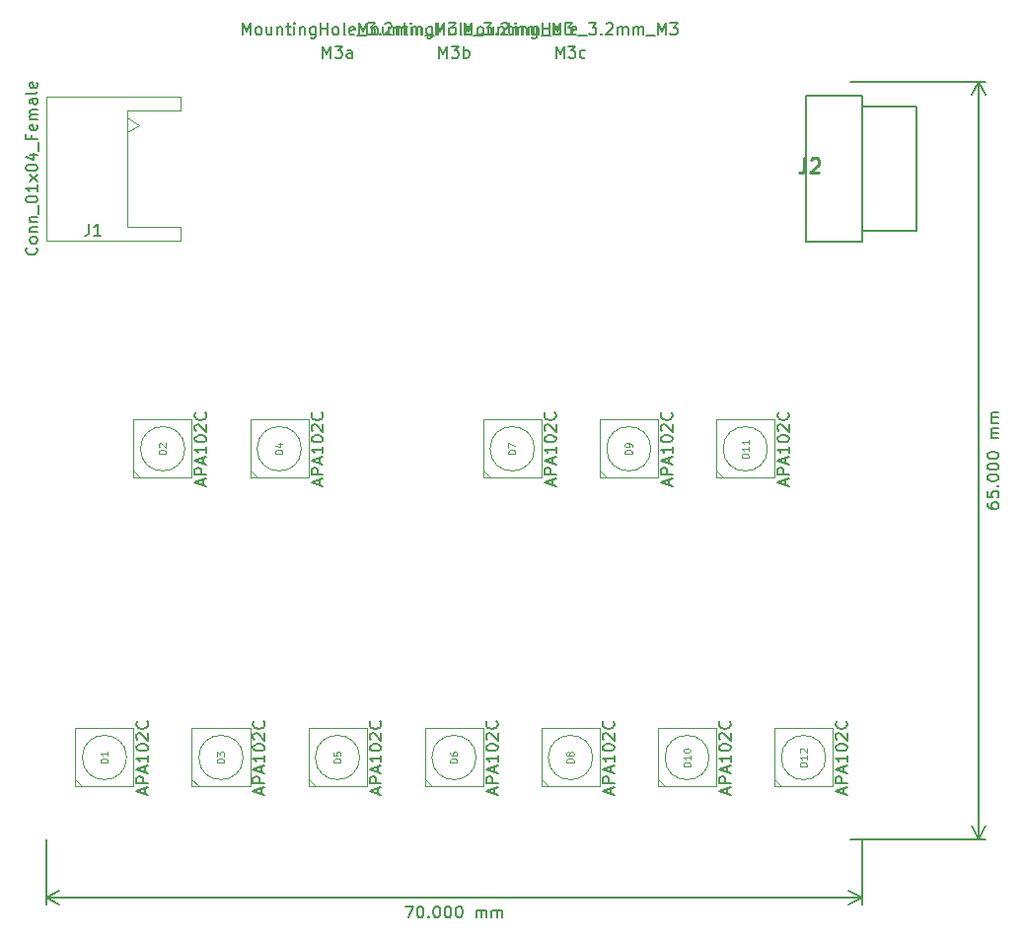
<source format=gbr>
G04 #@! TF.GenerationSoftware,KiCad,Pcbnew,(5.1.0)-1*
G04 #@! TF.CreationDate,2019-08-05T10:11:54+09:00*
G04 #@! TF.ProjectId,APA102,41504131-3032-42e6-9b69-6361645f7063,rev?*
G04 #@! TF.SameCoordinates,Original*
G04 #@! TF.FileFunction,Other,Fab,Top*
%FSLAX46Y46*%
G04 Gerber Fmt 4.6, Leading zero omitted, Abs format (unit mm)*
G04 Created by KiCad (PCBNEW (5.1.0)-1) date 2019-08-05 10:11:54*
%MOMM*%
%LPD*%
G04 APERTURE LIST*
%ADD10C,0.150000*%
%ADD11C,0.100000*%
%ADD12C,0.200000*%
%ADD13C,0.060000*%
%ADD14C,0.254000*%
G04 APERTURE END LIST*
D10*
X180752380Y-66166666D02*
X180752380Y-66357142D01*
X180800000Y-66452380D01*
X180847619Y-66500000D01*
X180990476Y-66595238D01*
X181180952Y-66642857D01*
X181561904Y-66642857D01*
X181657142Y-66595238D01*
X181704761Y-66547619D01*
X181752380Y-66452380D01*
X181752380Y-66261904D01*
X181704761Y-66166666D01*
X181657142Y-66119047D01*
X181561904Y-66071428D01*
X181323809Y-66071428D01*
X181228571Y-66119047D01*
X181180952Y-66166666D01*
X181133333Y-66261904D01*
X181133333Y-66452380D01*
X181180952Y-66547619D01*
X181228571Y-66595238D01*
X181323809Y-66642857D01*
X180752380Y-65166666D02*
X180752380Y-65642857D01*
X181228571Y-65690476D01*
X181180952Y-65642857D01*
X181133333Y-65547619D01*
X181133333Y-65309523D01*
X181180952Y-65214285D01*
X181228571Y-65166666D01*
X181323809Y-65119047D01*
X181561904Y-65119047D01*
X181657142Y-65166666D01*
X181704761Y-65214285D01*
X181752380Y-65309523D01*
X181752380Y-65547619D01*
X181704761Y-65642857D01*
X181657142Y-65690476D01*
X181657142Y-64690476D02*
X181704761Y-64642857D01*
X181752380Y-64690476D01*
X181704761Y-64738095D01*
X181657142Y-64690476D01*
X181752380Y-64690476D01*
X180752380Y-64023809D02*
X180752380Y-63928571D01*
X180800000Y-63833333D01*
X180847619Y-63785714D01*
X180942857Y-63738095D01*
X181133333Y-63690476D01*
X181371428Y-63690476D01*
X181561904Y-63738095D01*
X181657142Y-63785714D01*
X181704761Y-63833333D01*
X181752380Y-63928571D01*
X181752380Y-64023809D01*
X181704761Y-64119047D01*
X181657142Y-64166666D01*
X181561904Y-64214285D01*
X181371428Y-64261904D01*
X181133333Y-64261904D01*
X180942857Y-64214285D01*
X180847619Y-64166666D01*
X180800000Y-64119047D01*
X180752380Y-64023809D01*
X180752380Y-63071428D02*
X180752380Y-62976190D01*
X180800000Y-62880952D01*
X180847619Y-62833333D01*
X180942857Y-62785714D01*
X181133333Y-62738095D01*
X181371428Y-62738095D01*
X181561904Y-62785714D01*
X181657142Y-62833333D01*
X181704761Y-62880952D01*
X181752380Y-62976190D01*
X181752380Y-63071428D01*
X181704761Y-63166666D01*
X181657142Y-63214285D01*
X181561904Y-63261904D01*
X181371428Y-63309523D01*
X181133333Y-63309523D01*
X180942857Y-63261904D01*
X180847619Y-63214285D01*
X180800000Y-63166666D01*
X180752380Y-63071428D01*
X180752380Y-62119047D02*
X180752380Y-62023809D01*
X180800000Y-61928571D01*
X180847619Y-61880952D01*
X180942857Y-61833333D01*
X181133333Y-61785714D01*
X181371428Y-61785714D01*
X181561904Y-61833333D01*
X181657142Y-61880952D01*
X181704761Y-61928571D01*
X181752380Y-62023809D01*
X181752380Y-62119047D01*
X181704761Y-62214285D01*
X181657142Y-62261904D01*
X181561904Y-62309523D01*
X181371428Y-62357142D01*
X181133333Y-62357142D01*
X180942857Y-62309523D01*
X180847619Y-62261904D01*
X180800000Y-62214285D01*
X180752380Y-62119047D01*
X181752380Y-60595238D02*
X181085714Y-60595238D01*
X181180952Y-60595238D02*
X181133333Y-60547619D01*
X181085714Y-60452380D01*
X181085714Y-60309523D01*
X181133333Y-60214285D01*
X181228571Y-60166666D01*
X181752380Y-60166666D01*
X181228571Y-60166666D02*
X181133333Y-60119047D01*
X181085714Y-60023809D01*
X181085714Y-59880952D01*
X181133333Y-59785714D01*
X181228571Y-59738095D01*
X181752380Y-59738095D01*
X181752380Y-59261904D02*
X181085714Y-59261904D01*
X181180952Y-59261904D02*
X181133333Y-59214285D01*
X181085714Y-59119047D01*
X181085714Y-58976190D01*
X181133333Y-58880952D01*
X181228571Y-58833333D01*
X181752380Y-58833333D01*
X181228571Y-58833333D02*
X181133333Y-58785714D01*
X181085714Y-58690476D01*
X181085714Y-58547619D01*
X181133333Y-58452380D01*
X181228571Y-58404761D01*
X181752380Y-58404761D01*
X180000000Y-95000000D02*
X180000000Y-30000000D01*
X169000000Y-95000000D02*
X180586421Y-95000000D01*
X169000000Y-30000000D02*
X180586421Y-30000000D01*
X180000000Y-30000000D02*
X180586421Y-31126504D01*
X180000000Y-30000000D02*
X179413579Y-31126504D01*
X180000000Y-95000000D02*
X180586421Y-93873496D01*
X180000000Y-95000000D02*
X179413579Y-93873496D01*
X130809523Y-100752379D02*
X131476190Y-100752379D01*
X131047619Y-101752379D01*
X132047619Y-100752379D02*
X132142857Y-100752379D01*
X132238095Y-100799999D01*
X132285714Y-100847618D01*
X132333333Y-100942856D01*
X132380952Y-101133332D01*
X132380952Y-101371427D01*
X132333333Y-101561903D01*
X132285714Y-101657141D01*
X132238095Y-101704760D01*
X132142857Y-101752379D01*
X132047619Y-101752379D01*
X131952380Y-101704760D01*
X131904761Y-101657141D01*
X131857142Y-101561903D01*
X131809523Y-101371427D01*
X131809523Y-101133332D01*
X131857142Y-100942856D01*
X131904761Y-100847618D01*
X131952380Y-100799999D01*
X132047619Y-100752379D01*
X132809523Y-101657141D02*
X132857142Y-101704760D01*
X132809523Y-101752379D01*
X132761904Y-101704760D01*
X132809523Y-101657141D01*
X132809523Y-101752379D01*
X133476190Y-100752379D02*
X133571428Y-100752379D01*
X133666666Y-100799999D01*
X133714285Y-100847618D01*
X133761904Y-100942856D01*
X133809523Y-101133332D01*
X133809523Y-101371427D01*
X133761904Y-101561903D01*
X133714285Y-101657141D01*
X133666666Y-101704760D01*
X133571428Y-101752379D01*
X133476190Y-101752379D01*
X133380952Y-101704760D01*
X133333333Y-101657141D01*
X133285714Y-101561903D01*
X133238095Y-101371427D01*
X133238095Y-101133332D01*
X133285714Y-100942856D01*
X133333333Y-100847618D01*
X133380952Y-100799999D01*
X133476190Y-100752379D01*
X134428571Y-100752379D02*
X134523809Y-100752379D01*
X134619047Y-100799999D01*
X134666666Y-100847618D01*
X134714285Y-100942856D01*
X134761904Y-101133332D01*
X134761904Y-101371427D01*
X134714285Y-101561903D01*
X134666666Y-101657141D01*
X134619047Y-101704760D01*
X134523809Y-101752379D01*
X134428571Y-101752379D01*
X134333333Y-101704760D01*
X134285714Y-101657141D01*
X134238095Y-101561903D01*
X134190476Y-101371427D01*
X134190476Y-101133332D01*
X134238095Y-100942856D01*
X134285714Y-100847618D01*
X134333333Y-100799999D01*
X134428571Y-100752379D01*
X135380952Y-100752379D02*
X135476190Y-100752379D01*
X135571428Y-100799999D01*
X135619047Y-100847618D01*
X135666666Y-100942856D01*
X135714285Y-101133332D01*
X135714285Y-101371427D01*
X135666666Y-101561903D01*
X135619047Y-101657141D01*
X135571428Y-101704760D01*
X135476190Y-101752379D01*
X135380952Y-101752379D01*
X135285714Y-101704760D01*
X135238095Y-101657141D01*
X135190476Y-101561903D01*
X135142857Y-101371427D01*
X135142857Y-101133332D01*
X135190476Y-100942856D01*
X135238095Y-100847618D01*
X135285714Y-100799999D01*
X135380952Y-100752379D01*
X136904761Y-101752379D02*
X136904761Y-101085713D01*
X136904761Y-101180951D02*
X136952380Y-101133332D01*
X137047619Y-101085713D01*
X137190476Y-101085713D01*
X137285714Y-101133332D01*
X137333333Y-101228570D01*
X137333333Y-101752379D01*
X137333333Y-101228570D02*
X137380952Y-101133332D01*
X137476190Y-101085713D01*
X137619047Y-101085713D01*
X137714285Y-101133332D01*
X137761904Y-101228570D01*
X137761904Y-101752379D01*
X138238095Y-101752379D02*
X138238095Y-101085713D01*
X138238095Y-101180951D02*
X138285714Y-101133332D01*
X138380952Y-101085713D01*
X138523809Y-101085713D01*
X138619047Y-101133332D01*
X138666666Y-101228570D01*
X138666666Y-101752379D01*
X138666666Y-101228570D02*
X138714285Y-101133332D01*
X138809523Y-101085713D01*
X138952380Y-101085713D01*
X139047619Y-101133332D01*
X139095238Y-101228570D01*
X139095238Y-101752379D01*
X100000000Y-99999999D02*
X170000000Y-99999999D01*
X100000000Y-95000000D02*
X100000000Y-100586420D01*
X170000000Y-95000000D02*
X170000000Y-100586420D01*
X170000000Y-99999999D02*
X168873496Y-100586420D01*
X170000000Y-99999999D02*
X168873496Y-99413578D01*
X100000000Y-99999999D02*
X101126504Y-100586420D01*
X100000000Y-99999999D02*
X101126504Y-99413578D01*
D11*
X100000000Y-37450000D02*
X100000000Y-31250000D01*
X100000000Y-31250000D02*
X111500000Y-31250000D01*
X111500000Y-31250000D02*
X111500000Y-32450000D01*
X111500000Y-32450000D02*
X107000000Y-32450000D01*
X107000000Y-32450000D02*
X107000000Y-37450000D01*
X100000000Y-37450000D02*
X100000000Y-43650000D01*
X100000000Y-43650000D02*
X111500000Y-43650000D01*
X111500000Y-43650000D02*
X111500000Y-42450000D01*
X111500000Y-42450000D02*
X107000000Y-42450000D01*
X107000000Y-42450000D02*
X107000000Y-37450000D01*
X107000000Y-33075000D02*
X108000000Y-33700000D01*
X108000000Y-33700000D02*
X107000000Y-34325000D01*
X103100000Y-90500000D02*
X102500000Y-89900000D01*
X102500000Y-85500000D02*
X102500000Y-90500000D01*
X107500000Y-85500000D02*
X102500000Y-85500000D01*
X107500000Y-90500000D02*
X107500000Y-85500000D01*
X102500000Y-90500000D02*
X107500000Y-90500000D01*
X106900000Y-88000000D02*
G75*
G03X106900000Y-88000000I-1900000J0D01*
G01*
X111900000Y-61500000D02*
G75*
G03X111900000Y-61500000I-1900000J0D01*
G01*
X107500000Y-64000000D02*
X112500000Y-64000000D01*
X112500000Y-64000000D02*
X112500000Y-59000000D01*
X112500000Y-59000000D02*
X107500000Y-59000000D01*
X107500000Y-59000000D02*
X107500000Y-64000000D01*
X108100000Y-64000000D02*
X107500000Y-63400000D01*
X113100000Y-90500000D02*
X112500000Y-89900000D01*
X112500000Y-85500000D02*
X112500000Y-90500000D01*
X117500000Y-85500000D02*
X112500000Y-85500000D01*
X117500000Y-90500000D02*
X117500000Y-85500000D01*
X112500000Y-90500000D02*
X117500000Y-90500000D01*
X116900000Y-88000000D02*
G75*
G03X116900000Y-88000000I-1900000J0D01*
G01*
X121900000Y-61500000D02*
G75*
G03X121900000Y-61500000I-1900000J0D01*
G01*
X117500000Y-64000000D02*
X122500000Y-64000000D01*
X122500000Y-64000000D02*
X122500000Y-59000000D01*
X122500000Y-59000000D02*
X117500000Y-59000000D01*
X117500000Y-59000000D02*
X117500000Y-64000000D01*
X118100000Y-64000000D02*
X117500000Y-63400000D01*
X123100000Y-90500000D02*
X122500000Y-89900000D01*
X122500000Y-85500000D02*
X122500000Y-90500000D01*
X127500000Y-85500000D02*
X122500000Y-85500000D01*
X127500000Y-90500000D02*
X127500000Y-85500000D01*
X122500000Y-90500000D02*
X127500000Y-90500000D01*
X126900000Y-88000000D02*
G75*
G03X126900000Y-88000000I-1900000J0D01*
G01*
X136900000Y-88000000D02*
G75*
G03X136900000Y-88000000I-1900000J0D01*
G01*
X132500000Y-90500000D02*
X137500000Y-90500000D01*
X137500000Y-90500000D02*
X137500000Y-85500000D01*
X137500000Y-85500000D02*
X132500000Y-85500000D01*
X132500000Y-85500000D02*
X132500000Y-90500000D01*
X133100000Y-90500000D02*
X132500000Y-89900000D01*
X138100000Y-64000000D02*
X137500000Y-63400000D01*
X137500000Y-59000000D02*
X137500000Y-64000000D01*
X142500000Y-59000000D02*
X137500000Y-59000000D01*
X142500000Y-64000000D02*
X142500000Y-59000000D01*
X137500000Y-64000000D02*
X142500000Y-64000000D01*
X141900000Y-61500000D02*
G75*
G03X141900000Y-61500000I-1900000J0D01*
G01*
X146900000Y-88000000D02*
G75*
G03X146900000Y-88000000I-1900000J0D01*
G01*
X142500000Y-90500000D02*
X147500000Y-90500000D01*
X147500000Y-90500000D02*
X147500000Y-85500000D01*
X147500000Y-85500000D02*
X142500000Y-85500000D01*
X142500000Y-85500000D02*
X142500000Y-90500000D01*
X143100000Y-90500000D02*
X142500000Y-89900000D01*
X148100000Y-64000000D02*
X147500000Y-63400000D01*
X147500000Y-59000000D02*
X147500000Y-64000000D01*
X152500000Y-59000000D02*
X147500000Y-59000000D01*
X152500000Y-64000000D02*
X152500000Y-59000000D01*
X147500000Y-64000000D02*
X152500000Y-64000000D01*
X151900000Y-61500000D02*
G75*
G03X151900000Y-61500000I-1900000J0D01*
G01*
X156900000Y-88000000D02*
G75*
G03X156900000Y-88000000I-1900000J0D01*
G01*
X152500000Y-90500000D02*
X157500000Y-90500000D01*
X157500000Y-90500000D02*
X157500000Y-85500000D01*
X157500000Y-85500000D02*
X152500000Y-85500000D01*
X152500000Y-85500000D02*
X152500000Y-90500000D01*
X153100000Y-90500000D02*
X152500000Y-89900000D01*
X158100000Y-64000000D02*
X157500000Y-63400000D01*
X157500000Y-59000000D02*
X157500000Y-64000000D01*
X162500000Y-59000000D02*
X157500000Y-59000000D01*
X162500000Y-64000000D02*
X162500000Y-59000000D01*
X157500000Y-64000000D02*
X162500000Y-64000000D01*
X161900000Y-61500000D02*
G75*
G03X161900000Y-61500000I-1900000J0D01*
G01*
X166900000Y-88000000D02*
G75*
G03X166900000Y-88000000I-1900000J0D01*
G01*
X162500000Y-90500000D02*
X167500000Y-90500000D01*
X167500000Y-90500000D02*
X167500000Y-85500000D01*
X167500000Y-85500000D02*
X162500000Y-85500000D01*
X162500000Y-85500000D02*
X162500000Y-90500000D01*
X163100000Y-90500000D02*
X162500000Y-89900000D01*
D12*
X165200000Y-43700000D02*
X165200000Y-31200000D01*
X165200000Y-31200000D02*
X170000000Y-31200000D01*
X170000000Y-31200000D02*
X170000000Y-43700000D01*
X170000000Y-43700000D02*
X165200000Y-43700000D01*
X170000000Y-42800000D02*
X174700000Y-42800000D01*
X174700000Y-42800000D02*
X174700000Y-32100000D01*
X174700000Y-32100000D02*
X170000000Y-32100000D01*
D10*
X126880952Y-25952380D02*
X126880952Y-24952380D01*
X127214285Y-25666666D01*
X127547619Y-24952380D01*
X127547619Y-25952380D01*
X128166666Y-25952380D02*
X128071428Y-25904761D01*
X128023809Y-25857142D01*
X127976190Y-25761904D01*
X127976190Y-25476190D01*
X128023809Y-25380952D01*
X128071428Y-25333333D01*
X128166666Y-25285714D01*
X128309523Y-25285714D01*
X128404761Y-25333333D01*
X128452380Y-25380952D01*
X128499999Y-25476190D01*
X128499999Y-25761904D01*
X128452380Y-25857142D01*
X128404761Y-25904761D01*
X128309523Y-25952380D01*
X128166666Y-25952380D01*
X129357142Y-25285714D02*
X129357142Y-25952380D01*
X128928571Y-25285714D02*
X128928571Y-25809523D01*
X128976190Y-25904761D01*
X129071428Y-25952380D01*
X129214285Y-25952380D01*
X129309523Y-25904761D01*
X129357142Y-25857142D01*
X129833333Y-25285714D02*
X129833333Y-25952380D01*
X129833333Y-25380952D02*
X129880952Y-25333333D01*
X129976190Y-25285714D01*
X130119047Y-25285714D01*
X130214285Y-25333333D01*
X130261904Y-25428571D01*
X130261904Y-25952380D01*
X130595238Y-25285714D02*
X130976190Y-25285714D01*
X130738095Y-24952380D02*
X130738095Y-25809523D01*
X130785714Y-25904761D01*
X130880952Y-25952380D01*
X130976190Y-25952380D01*
X131309523Y-25952380D02*
X131309523Y-25285714D01*
X131309523Y-24952380D02*
X131261904Y-25000000D01*
X131309523Y-25047619D01*
X131357142Y-25000000D01*
X131309523Y-24952380D01*
X131309523Y-25047619D01*
X131785714Y-25285714D02*
X131785714Y-25952380D01*
X131785714Y-25380952D02*
X131833333Y-25333333D01*
X131928571Y-25285714D01*
X132071428Y-25285714D01*
X132166666Y-25333333D01*
X132214285Y-25428571D01*
X132214285Y-25952380D01*
X133119047Y-25285714D02*
X133119047Y-26095238D01*
X133071428Y-26190476D01*
X133023809Y-26238095D01*
X132928571Y-26285714D01*
X132785714Y-26285714D01*
X132690476Y-26238095D01*
X133119047Y-25904761D02*
X133023809Y-25952380D01*
X132833333Y-25952380D01*
X132738095Y-25904761D01*
X132690476Y-25857142D01*
X132642857Y-25761904D01*
X132642857Y-25476190D01*
X132690476Y-25380952D01*
X132738095Y-25333333D01*
X132833333Y-25285714D01*
X133023809Y-25285714D01*
X133119047Y-25333333D01*
X133595238Y-25952380D02*
X133595238Y-24952380D01*
X133595238Y-25428571D02*
X134166666Y-25428571D01*
X134166666Y-25952380D02*
X134166666Y-24952380D01*
X134785714Y-25952380D02*
X134690476Y-25904761D01*
X134642857Y-25857142D01*
X134595238Y-25761904D01*
X134595238Y-25476190D01*
X134642857Y-25380952D01*
X134690476Y-25333333D01*
X134785714Y-25285714D01*
X134928571Y-25285714D01*
X135023809Y-25333333D01*
X135071428Y-25380952D01*
X135119047Y-25476190D01*
X135119047Y-25761904D01*
X135071428Y-25857142D01*
X135023809Y-25904761D01*
X134928571Y-25952380D01*
X134785714Y-25952380D01*
X135690476Y-25952380D02*
X135595238Y-25904761D01*
X135547619Y-25809523D01*
X135547619Y-24952380D01*
X136452380Y-25904761D02*
X136357142Y-25952380D01*
X136166666Y-25952380D01*
X136071428Y-25904761D01*
X136023809Y-25809523D01*
X136023809Y-25428571D01*
X136071428Y-25333333D01*
X136166666Y-25285714D01*
X136357142Y-25285714D01*
X136452380Y-25333333D01*
X136500000Y-25428571D01*
X136500000Y-25523809D01*
X136023809Y-25619047D01*
X136690476Y-26047619D02*
X137452380Y-26047619D01*
X137595238Y-24952380D02*
X138214285Y-24952380D01*
X137880952Y-25333333D01*
X138023809Y-25333333D01*
X138119047Y-25380952D01*
X138166666Y-25428571D01*
X138214285Y-25523809D01*
X138214285Y-25761904D01*
X138166666Y-25857142D01*
X138119047Y-25904761D01*
X138023809Y-25952380D01*
X137738095Y-25952380D01*
X137642857Y-25904761D01*
X137595238Y-25857142D01*
X138642857Y-25857142D02*
X138690476Y-25904761D01*
X138642857Y-25952380D01*
X138595238Y-25904761D01*
X138642857Y-25857142D01*
X138642857Y-25952380D01*
X139071428Y-25047619D02*
X139119047Y-25000000D01*
X139214285Y-24952380D01*
X139452380Y-24952380D01*
X139547619Y-25000000D01*
X139595238Y-25047619D01*
X139642857Y-25142857D01*
X139642857Y-25238095D01*
X139595238Y-25380952D01*
X139023809Y-25952380D01*
X139642857Y-25952380D01*
X140071428Y-25952380D02*
X140071428Y-25285714D01*
X140071428Y-25380952D02*
X140119047Y-25333333D01*
X140214285Y-25285714D01*
X140357142Y-25285714D01*
X140452380Y-25333333D01*
X140500000Y-25428571D01*
X140500000Y-25952380D01*
X140500000Y-25428571D02*
X140547619Y-25333333D01*
X140642857Y-25285714D01*
X140785714Y-25285714D01*
X140880952Y-25333333D01*
X140928571Y-25428571D01*
X140928571Y-25952380D01*
X141404761Y-25952380D02*
X141404761Y-25285714D01*
X141404761Y-25380952D02*
X141452380Y-25333333D01*
X141547619Y-25285714D01*
X141690476Y-25285714D01*
X141785714Y-25333333D01*
X141833333Y-25428571D01*
X141833333Y-25952380D01*
X141833333Y-25428571D02*
X141880952Y-25333333D01*
X141976190Y-25285714D01*
X142119047Y-25285714D01*
X142214285Y-25333333D01*
X142261904Y-25428571D01*
X142261904Y-25952380D01*
X142500000Y-26047619D02*
X143261904Y-26047619D01*
X143500000Y-25952380D02*
X143500000Y-24952380D01*
X143833333Y-25666666D01*
X144166666Y-24952380D01*
X144166666Y-25952380D01*
X144547619Y-24952380D02*
X145166666Y-24952380D01*
X144833333Y-25333333D01*
X144976190Y-25333333D01*
X145071428Y-25380952D01*
X145119047Y-25428571D01*
X145166666Y-25523809D01*
X145166666Y-25761904D01*
X145119047Y-25857142D01*
X145071428Y-25904761D01*
X144976190Y-25952380D01*
X144690476Y-25952380D01*
X144595238Y-25904761D01*
X144547619Y-25857142D01*
X133738095Y-27952380D02*
X133738095Y-26952380D01*
X134071428Y-27666666D01*
X134404761Y-26952380D01*
X134404761Y-27952380D01*
X134785714Y-26952380D02*
X135404761Y-26952380D01*
X135071428Y-27333333D01*
X135214285Y-27333333D01*
X135309523Y-27380952D01*
X135357142Y-27428571D01*
X135404761Y-27523809D01*
X135404761Y-27761904D01*
X135357142Y-27857142D01*
X135309523Y-27904761D01*
X135214285Y-27952380D01*
X134928571Y-27952380D01*
X134833333Y-27904761D01*
X134785714Y-27857142D01*
X135833333Y-27952380D02*
X135833333Y-26952380D01*
X135833333Y-27333333D02*
X135928571Y-27285714D01*
X136119047Y-27285714D01*
X136214285Y-27333333D01*
X136261904Y-27380952D01*
X136309523Y-27476190D01*
X136309523Y-27761904D01*
X136261904Y-27857142D01*
X136214285Y-27904761D01*
X136119047Y-27952380D01*
X135928571Y-27952380D01*
X135833333Y-27904761D01*
X116880952Y-25952380D02*
X116880952Y-24952380D01*
X117214285Y-25666666D01*
X117547619Y-24952380D01*
X117547619Y-25952380D01*
X118166666Y-25952380D02*
X118071428Y-25904761D01*
X118023809Y-25857142D01*
X117976190Y-25761904D01*
X117976190Y-25476190D01*
X118023809Y-25380952D01*
X118071428Y-25333333D01*
X118166666Y-25285714D01*
X118309523Y-25285714D01*
X118404761Y-25333333D01*
X118452380Y-25380952D01*
X118499999Y-25476190D01*
X118499999Y-25761904D01*
X118452380Y-25857142D01*
X118404761Y-25904761D01*
X118309523Y-25952380D01*
X118166666Y-25952380D01*
X119357142Y-25285714D02*
X119357142Y-25952380D01*
X118928571Y-25285714D02*
X118928571Y-25809523D01*
X118976190Y-25904761D01*
X119071428Y-25952380D01*
X119214285Y-25952380D01*
X119309523Y-25904761D01*
X119357142Y-25857142D01*
X119833333Y-25285714D02*
X119833333Y-25952380D01*
X119833333Y-25380952D02*
X119880952Y-25333333D01*
X119976190Y-25285714D01*
X120119047Y-25285714D01*
X120214285Y-25333333D01*
X120261904Y-25428571D01*
X120261904Y-25952380D01*
X120595238Y-25285714D02*
X120976190Y-25285714D01*
X120738095Y-24952380D02*
X120738095Y-25809523D01*
X120785714Y-25904761D01*
X120880952Y-25952380D01*
X120976190Y-25952380D01*
X121309523Y-25952380D02*
X121309523Y-25285714D01*
X121309523Y-24952380D02*
X121261904Y-25000000D01*
X121309523Y-25047619D01*
X121357142Y-25000000D01*
X121309523Y-24952380D01*
X121309523Y-25047619D01*
X121785714Y-25285714D02*
X121785714Y-25952380D01*
X121785714Y-25380952D02*
X121833333Y-25333333D01*
X121928571Y-25285714D01*
X122071428Y-25285714D01*
X122166666Y-25333333D01*
X122214285Y-25428571D01*
X122214285Y-25952380D01*
X123119047Y-25285714D02*
X123119047Y-26095238D01*
X123071428Y-26190476D01*
X123023809Y-26238095D01*
X122928571Y-26285714D01*
X122785714Y-26285714D01*
X122690476Y-26238095D01*
X123119047Y-25904761D02*
X123023809Y-25952380D01*
X122833333Y-25952380D01*
X122738095Y-25904761D01*
X122690476Y-25857142D01*
X122642857Y-25761904D01*
X122642857Y-25476190D01*
X122690476Y-25380952D01*
X122738095Y-25333333D01*
X122833333Y-25285714D01*
X123023809Y-25285714D01*
X123119047Y-25333333D01*
X123595238Y-25952380D02*
X123595238Y-24952380D01*
X123595238Y-25428571D02*
X124166666Y-25428571D01*
X124166666Y-25952380D02*
X124166666Y-24952380D01*
X124785714Y-25952380D02*
X124690476Y-25904761D01*
X124642857Y-25857142D01*
X124595238Y-25761904D01*
X124595238Y-25476190D01*
X124642857Y-25380952D01*
X124690476Y-25333333D01*
X124785714Y-25285714D01*
X124928571Y-25285714D01*
X125023809Y-25333333D01*
X125071428Y-25380952D01*
X125119047Y-25476190D01*
X125119047Y-25761904D01*
X125071428Y-25857142D01*
X125023809Y-25904761D01*
X124928571Y-25952380D01*
X124785714Y-25952380D01*
X125690476Y-25952380D02*
X125595238Y-25904761D01*
X125547619Y-25809523D01*
X125547619Y-24952380D01*
X126452380Y-25904761D02*
X126357142Y-25952380D01*
X126166666Y-25952380D01*
X126071428Y-25904761D01*
X126023809Y-25809523D01*
X126023809Y-25428571D01*
X126071428Y-25333333D01*
X126166666Y-25285714D01*
X126357142Y-25285714D01*
X126452380Y-25333333D01*
X126499999Y-25428571D01*
X126499999Y-25523809D01*
X126023809Y-25619047D01*
X126690476Y-26047619D02*
X127452380Y-26047619D01*
X127595238Y-24952380D02*
X128214285Y-24952380D01*
X127880952Y-25333333D01*
X128023809Y-25333333D01*
X128119047Y-25380952D01*
X128166666Y-25428571D01*
X128214285Y-25523809D01*
X128214285Y-25761904D01*
X128166666Y-25857142D01*
X128119047Y-25904761D01*
X128023809Y-25952380D01*
X127738095Y-25952380D01*
X127642857Y-25904761D01*
X127595238Y-25857142D01*
X128642857Y-25857142D02*
X128690476Y-25904761D01*
X128642857Y-25952380D01*
X128595238Y-25904761D01*
X128642857Y-25857142D01*
X128642857Y-25952380D01*
X129071428Y-25047619D02*
X129119047Y-25000000D01*
X129214285Y-24952380D01*
X129452380Y-24952380D01*
X129547619Y-25000000D01*
X129595238Y-25047619D01*
X129642857Y-25142857D01*
X129642857Y-25238095D01*
X129595238Y-25380952D01*
X129023809Y-25952380D01*
X129642857Y-25952380D01*
X130071428Y-25952380D02*
X130071428Y-25285714D01*
X130071428Y-25380952D02*
X130119047Y-25333333D01*
X130214285Y-25285714D01*
X130357142Y-25285714D01*
X130452380Y-25333333D01*
X130499999Y-25428571D01*
X130499999Y-25952380D01*
X130499999Y-25428571D02*
X130547619Y-25333333D01*
X130642857Y-25285714D01*
X130785714Y-25285714D01*
X130880952Y-25333333D01*
X130928571Y-25428571D01*
X130928571Y-25952380D01*
X131404761Y-25952380D02*
X131404761Y-25285714D01*
X131404761Y-25380952D02*
X131452380Y-25333333D01*
X131547619Y-25285714D01*
X131690476Y-25285714D01*
X131785714Y-25333333D01*
X131833333Y-25428571D01*
X131833333Y-25952380D01*
X131833333Y-25428571D02*
X131880952Y-25333333D01*
X131976190Y-25285714D01*
X132119047Y-25285714D01*
X132214285Y-25333333D01*
X132261904Y-25428571D01*
X132261904Y-25952380D01*
X132499999Y-26047619D02*
X133261904Y-26047619D01*
X133499999Y-25952380D02*
X133499999Y-24952380D01*
X133833333Y-25666666D01*
X134166666Y-24952380D01*
X134166666Y-25952380D01*
X134547619Y-24952380D02*
X135166666Y-24952380D01*
X134833333Y-25333333D01*
X134976190Y-25333333D01*
X135071428Y-25380952D01*
X135119047Y-25428571D01*
X135166666Y-25523809D01*
X135166666Y-25761904D01*
X135119047Y-25857142D01*
X135071428Y-25904761D01*
X134976190Y-25952380D01*
X134690476Y-25952380D01*
X134595238Y-25904761D01*
X134547619Y-25857142D01*
X123738095Y-27952380D02*
X123738095Y-26952380D01*
X124071428Y-27666666D01*
X124404761Y-26952380D01*
X124404761Y-27952380D01*
X124785714Y-26952380D02*
X125404761Y-26952380D01*
X125071428Y-27333333D01*
X125214285Y-27333333D01*
X125309523Y-27380952D01*
X125357142Y-27428571D01*
X125404761Y-27523809D01*
X125404761Y-27761904D01*
X125357142Y-27857142D01*
X125309523Y-27904761D01*
X125214285Y-27952380D01*
X124928571Y-27952380D01*
X124833333Y-27904761D01*
X124785714Y-27857142D01*
X126261904Y-27952380D02*
X126261904Y-27428571D01*
X126214285Y-27333333D01*
X126119047Y-27285714D01*
X125928571Y-27285714D01*
X125833333Y-27333333D01*
X126261904Y-27904761D02*
X126166666Y-27952380D01*
X125928571Y-27952380D01*
X125833333Y-27904761D01*
X125785714Y-27809523D01*
X125785714Y-27714285D01*
X125833333Y-27619047D01*
X125928571Y-27571428D01*
X126166666Y-27571428D01*
X126261904Y-27523809D01*
X135880952Y-25952380D02*
X135880952Y-24952380D01*
X136214285Y-25666666D01*
X136547619Y-24952380D01*
X136547619Y-25952380D01*
X137166666Y-25952380D02*
X137071428Y-25904761D01*
X137023809Y-25857142D01*
X136976190Y-25761904D01*
X136976190Y-25476190D01*
X137023809Y-25380952D01*
X137071428Y-25333333D01*
X137166666Y-25285714D01*
X137309523Y-25285714D01*
X137404761Y-25333333D01*
X137452380Y-25380952D01*
X137500000Y-25476190D01*
X137500000Y-25761904D01*
X137452380Y-25857142D01*
X137404761Y-25904761D01*
X137309523Y-25952380D01*
X137166666Y-25952380D01*
X138357142Y-25285714D02*
X138357142Y-25952380D01*
X137928571Y-25285714D02*
X137928571Y-25809523D01*
X137976190Y-25904761D01*
X138071428Y-25952380D01*
X138214285Y-25952380D01*
X138309523Y-25904761D01*
X138357142Y-25857142D01*
X138833333Y-25285714D02*
X138833333Y-25952380D01*
X138833333Y-25380952D02*
X138880952Y-25333333D01*
X138976190Y-25285714D01*
X139119047Y-25285714D01*
X139214285Y-25333333D01*
X139261904Y-25428571D01*
X139261904Y-25952380D01*
X139595238Y-25285714D02*
X139976190Y-25285714D01*
X139738095Y-24952380D02*
X139738095Y-25809523D01*
X139785714Y-25904761D01*
X139880952Y-25952380D01*
X139976190Y-25952380D01*
X140309523Y-25952380D02*
X140309523Y-25285714D01*
X140309523Y-24952380D02*
X140261904Y-25000000D01*
X140309523Y-25047619D01*
X140357142Y-25000000D01*
X140309523Y-24952380D01*
X140309523Y-25047619D01*
X140785714Y-25285714D02*
X140785714Y-25952380D01*
X140785714Y-25380952D02*
X140833333Y-25333333D01*
X140928571Y-25285714D01*
X141071428Y-25285714D01*
X141166666Y-25333333D01*
X141214285Y-25428571D01*
X141214285Y-25952380D01*
X142119047Y-25285714D02*
X142119047Y-26095238D01*
X142071428Y-26190476D01*
X142023809Y-26238095D01*
X141928571Y-26285714D01*
X141785714Y-26285714D01*
X141690476Y-26238095D01*
X142119047Y-25904761D02*
X142023809Y-25952380D01*
X141833333Y-25952380D01*
X141738095Y-25904761D01*
X141690476Y-25857142D01*
X141642857Y-25761904D01*
X141642857Y-25476190D01*
X141690476Y-25380952D01*
X141738095Y-25333333D01*
X141833333Y-25285714D01*
X142023809Y-25285714D01*
X142119047Y-25333333D01*
X142595238Y-25952380D02*
X142595238Y-24952380D01*
X142595238Y-25428571D02*
X143166666Y-25428571D01*
X143166666Y-25952380D02*
X143166666Y-24952380D01*
X143785714Y-25952380D02*
X143690476Y-25904761D01*
X143642857Y-25857142D01*
X143595238Y-25761904D01*
X143595238Y-25476190D01*
X143642857Y-25380952D01*
X143690476Y-25333333D01*
X143785714Y-25285714D01*
X143928571Y-25285714D01*
X144023809Y-25333333D01*
X144071428Y-25380952D01*
X144119047Y-25476190D01*
X144119047Y-25761904D01*
X144071428Y-25857142D01*
X144023809Y-25904761D01*
X143928571Y-25952380D01*
X143785714Y-25952380D01*
X144690476Y-25952380D02*
X144595238Y-25904761D01*
X144547619Y-25809523D01*
X144547619Y-24952380D01*
X145452380Y-25904761D02*
X145357142Y-25952380D01*
X145166666Y-25952380D01*
X145071428Y-25904761D01*
X145023809Y-25809523D01*
X145023809Y-25428571D01*
X145071428Y-25333333D01*
X145166666Y-25285714D01*
X145357142Y-25285714D01*
X145452380Y-25333333D01*
X145500000Y-25428571D01*
X145500000Y-25523809D01*
X145023809Y-25619047D01*
X145690476Y-26047619D02*
X146452380Y-26047619D01*
X146595238Y-24952380D02*
X147214285Y-24952380D01*
X146880952Y-25333333D01*
X147023809Y-25333333D01*
X147119047Y-25380952D01*
X147166666Y-25428571D01*
X147214285Y-25523809D01*
X147214285Y-25761904D01*
X147166666Y-25857142D01*
X147119047Y-25904761D01*
X147023809Y-25952380D01*
X146738095Y-25952380D01*
X146642857Y-25904761D01*
X146595238Y-25857142D01*
X147642857Y-25857142D02*
X147690476Y-25904761D01*
X147642857Y-25952380D01*
X147595238Y-25904761D01*
X147642857Y-25857142D01*
X147642857Y-25952380D01*
X148071428Y-25047619D02*
X148119047Y-25000000D01*
X148214285Y-24952380D01*
X148452380Y-24952380D01*
X148547619Y-25000000D01*
X148595238Y-25047619D01*
X148642857Y-25142857D01*
X148642857Y-25238095D01*
X148595238Y-25380952D01*
X148023809Y-25952380D01*
X148642857Y-25952380D01*
X149071428Y-25952380D02*
X149071428Y-25285714D01*
X149071428Y-25380952D02*
X149119047Y-25333333D01*
X149214285Y-25285714D01*
X149357142Y-25285714D01*
X149452380Y-25333333D01*
X149500000Y-25428571D01*
X149500000Y-25952380D01*
X149500000Y-25428571D02*
X149547619Y-25333333D01*
X149642857Y-25285714D01*
X149785714Y-25285714D01*
X149880952Y-25333333D01*
X149928571Y-25428571D01*
X149928571Y-25952380D01*
X150404761Y-25952380D02*
X150404761Y-25285714D01*
X150404761Y-25380952D02*
X150452380Y-25333333D01*
X150547619Y-25285714D01*
X150690476Y-25285714D01*
X150785714Y-25333333D01*
X150833333Y-25428571D01*
X150833333Y-25952380D01*
X150833333Y-25428571D02*
X150880952Y-25333333D01*
X150976190Y-25285714D01*
X151119047Y-25285714D01*
X151214285Y-25333333D01*
X151261904Y-25428571D01*
X151261904Y-25952380D01*
X151500000Y-26047619D02*
X152261904Y-26047619D01*
X152500000Y-25952380D02*
X152500000Y-24952380D01*
X152833333Y-25666666D01*
X153166666Y-24952380D01*
X153166666Y-25952380D01*
X153547619Y-24952380D02*
X154166666Y-24952380D01*
X153833333Y-25333333D01*
X153976190Y-25333333D01*
X154071428Y-25380952D01*
X154119047Y-25428571D01*
X154166666Y-25523809D01*
X154166666Y-25761904D01*
X154119047Y-25857142D01*
X154071428Y-25904761D01*
X153976190Y-25952380D01*
X153690476Y-25952380D01*
X153595238Y-25904761D01*
X153547619Y-25857142D01*
X143761904Y-27952380D02*
X143761904Y-26952380D01*
X144095238Y-27666666D01*
X144428571Y-26952380D01*
X144428571Y-27952380D01*
X144809523Y-26952380D02*
X145428571Y-26952380D01*
X145095238Y-27333333D01*
X145238095Y-27333333D01*
X145333333Y-27380952D01*
X145380952Y-27428571D01*
X145428571Y-27523809D01*
X145428571Y-27761904D01*
X145380952Y-27857142D01*
X145333333Y-27904761D01*
X145238095Y-27952380D01*
X144952380Y-27952380D01*
X144857142Y-27904761D01*
X144809523Y-27857142D01*
X146285714Y-27904761D02*
X146190476Y-27952380D01*
X146000000Y-27952380D01*
X145904761Y-27904761D01*
X145857142Y-27857142D01*
X145809523Y-27761904D01*
X145809523Y-27476190D01*
X145857142Y-27380952D01*
X145904761Y-27333333D01*
X146000000Y-27285714D01*
X146190476Y-27285714D01*
X146285714Y-27333333D01*
X99157142Y-44235714D02*
X99204761Y-44283333D01*
X99252380Y-44426190D01*
X99252380Y-44521428D01*
X99204761Y-44664285D01*
X99109523Y-44759523D01*
X99014285Y-44807142D01*
X98823809Y-44854761D01*
X98680952Y-44854761D01*
X98490476Y-44807142D01*
X98395238Y-44759523D01*
X98300000Y-44664285D01*
X98252380Y-44521428D01*
X98252380Y-44426190D01*
X98300000Y-44283333D01*
X98347619Y-44235714D01*
X99252380Y-43664285D02*
X99204761Y-43759523D01*
X99157142Y-43807142D01*
X99061904Y-43854761D01*
X98776190Y-43854761D01*
X98680952Y-43807142D01*
X98633333Y-43759523D01*
X98585714Y-43664285D01*
X98585714Y-43521428D01*
X98633333Y-43426190D01*
X98680952Y-43378571D01*
X98776190Y-43330952D01*
X99061904Y-43330952D01*
X99157142Y-43378571D01*
X99204761Y-43426190D01*
X99252380Y-43521428D01*
X99252380Y-43664285D01*
X98585714Y-42902380D02*
X99252380Y-42902380D01*
X98680952Y-42902380D02*
X98633333Y-42854761D01*
X98585714Y-42759523D01*
X98585714Y-42616666D01*
X98633333Y-42521428D01*
X98728571Y-42473809D01*
X99252380Y-42473809D01*
X98585714Y-41997619D02*
X99252380Y-41997619D01*
X98680952Y-41997619D02*
X98633333Y-41950000D01*
X98585714Y-41854761D01*
X98585714Y-41711904D01*
X98633333Y-41616666D01*
X98728571Y-41569047D01*
X99252380Y-41569047D01*
X99347619Y-41330952D02*
X99347619Y-40569047D01*
X98252380Y-40140476D02*
X98252380Y-40045238D01*
X98300000Y-39950000D01*
X98347619Y-39902380D01*
X98442857Y-39854761D01*
X98633333Y-39807142D01*
X98871428Y-39807142D01*
X99061904Y-39854761D01*
X99157142Y-39902380D01*
X99204761Y-39950000D01*
X99252380Y-40045238D01*
X99252380Y-40140476D01*
X99204761Y-40235714D01*
X99157142Y-40283333D01*
X99061904Y-40330952D01*
X98871428Y-40378571D01*
X98633333Y-40378571D01*
X98442857Y-40330952D01*
X98347619Y-40283333D01*
X98300000Y-40235714D01*
X98252380Y-40140476D01*
X99252380Y-38854761D02*
X99252380Y-39426190D01*
X99252380Y-39140476D02*
X98252380Y-39140476D01*
X98395238Y-39235714D01*
X98490476Y-39330952D01*
X98538095Y-39426190D01*
X99252380Y-38521428D02*
X98585714Y-37997619D01*
X98585714Y-38521428D02*
X99252380Y-37997619D01*
X98252380Y-37426190D02*
X98252380Y-37330952D01*
X98300000Y-37235714D01*
X98347619Y-37188095D01*
X98442857Y-37140476D01*
X98633333Y-37092857D01*
X98871428Y-37092857D01*
X99061904Y-37140476D01*
X99157142Y-37188095D01*
X99204761Y-37235714D01*
X99252380Y-37330952D01*
X99252380Y-37426190D01*
X99204761Y-37521428D01*
X99157142Y-37569047D01*
X99061904Y-37616666D01*
X98871428Y-37664285D01*
X98633333Y-37664285D01*
X98442857Y-37616666D01*
X98347619Y-37569047D01*
X98300000Y-37521428D01*
X98252380Y-37426190D01*
X98585714Y-36235714D02*
X99252380Y-36235714D01*
X98204761Y-36473809D02*
X98919047Y-36711904D01*
X98919047Y-36092857D01*
X99347619Y-35950000D02*
X99347619Y-35188095D01*
X98728571Y-34616666D02*
X98728571Y-34950000D01*
X99252380Y-34950000D02*
X98252380Y-34950000D01*
X98252380Y-34473809D01*
X99204761Y-33711904D02*
X99252380Y-33807142D01*
X99252380Y-33997619D01*
X99204761Y-34092857D01*
X99109523Y-34140476D01*
X98728571Y-34140476D01*
X98633333Y-34092857D01*
X98585714Y-33997619D01*
X98585714Y-33807142D01*
X98633333Y-33711904D01*
X98728571Y-33664285D01*
X98823809Y-33664285D01*
X98919047Y-34140476D01*
X99252380Y-33235714D02*
X98585714Y-33235714D01*
X98680952Y-33235714D02*
X98633333Y-33188095D01*
X98585714Y-33092857D01*
X98585714Y-32950000D01*
X98633333Y-32854761D01*
X98728571Y-32807142D01*
X99252380Y-32807142D01*
X98728571Y-32807142D02*
X98633333Y-32759523D01*
X98585714Y-32664285D01*
X98585714Y-32521428D01*
X98633333Y-32426190D01*
X98728571Y-32378571D01*
X99252380Y-32378571D01*
X99252380Y-31473809D02*
X98728571Y-31473809D01*
X98633333Y-31521428D01*
X98585714Y-31616666D01*
X98585714Y-31807142D01*
X98633333Y-31902380D01*
X99204761Y-31473809D02*
X99252380Y-31569047D01*
X99252380Y-31807142D01*
X99204761Y-31902380D01*
X99109523Y-31950000D01*
X99014285Y-31950000D01*
X98919047Y-31902380D01*
X98871428Y-31807142D01*
X98871428Y-31569047D01*
X98823809Y-31473809D01*
X99252380Y-30854761D02*
X99204761Y-30950000D01*
X99109523Y-30997619D01*
X98252380Y-30997619D01*
X99204761Y-30092857D02*
X99252380Y-30188095D01*
X99252380Y-30378571D01*
X99204761Y-30473809D01*
X99109523Y-30521428D01*
X98728571Y-30521428D01*
X98633333Y-30473809D01*
X98585714Y-30378571D01*
X98585714Y-30188095D01*
X98633333Y-30092857D01*
X98728571Y-30045238D01*
X98823809Y-30045238D01*
X98919047Y-30521428D01*
X103666666Y-42202380D02*
X103666666Y-42916666D01*
X103619047Y-43059523D01*
X103523809Y-43154761D01*
X103380952Y-43202380D01*
X103285714Y-43202380D01*
X104666666Y-43202380D02*
X104095238Y-43202380D01*
X104380952Y-43202380D02*
X104380952Y-42202380D01*
X104285714Y-42345238D01*
X104190476Y-42440476D01*
X104095238Y-42488095D01*
X108466666Y-91095238D02*
X108466666Y-90619047D01*
X108752380Y-91190476D02*
X107752380Y-90857142D01*
X108752380Y-90523809D01*
X108752380Y-90190476D02*
X107752380Y-90190476D01*
X107752380Y-89809523D01*
X107800000Y-89714285D01*
X107847619Y-89666666D01*
X107942857Y-89619047D01*
X108085714Y-89619047D01*
X108180952Y-89666666D01*
X108228571Y-89714285D01*
X108276190Y-89809523D01*
X108276190Y-90190476D01*
X108466666Y-89238095D02*
X108466666Y-88761904D01*
X108752380Y-89333333D02*
X107752380Y-89000000D01*
X108752380Y-88666666D01*
X108752380Y-87809523D02*
X108752380Y-88380952D01*
X108752380Y-88095238D02*
X107752380Y-88095238D01*
X107895238Y-88190476D01*
X107990476Y-88285714D01*
X108038095Y-88380952D01*
X107752380Y-87190476D02*
X107752380Y-87095238D01*
X107800000Y-87000000D01*
X107847619Y-86952380D01*
X107942857Y-86904761D01*
X108133333Y-86857142D01*
X108371428Y-86857142D01*
X108561904Y-86904761D01*
X108657142Y-86952380D01*
X108704761Y-87000000D01*
X108752380Y-87095238D01*
X108752380Y-87190476D01*
X108704761Y-87285714D01*
X108657142Y-87333333D01*
X108561904Y-87380952D01*
X108371428Y-87428571D01*
X108133333Y-87428571D01*
X107942857Y-87380952D01*
X107847619Y-87333333D01*
X107800000Y-87285714D01*
X107752380Y-87190476D01*
X107847619Y-86476190D02*
X107800000Y-86428571D01*
X107752380Y-86333333D01*
X107752380Y-86095238D01*
X107800000Y-86000000D01*
X107847619Y-85952380D01*
X107942857Y-85904761D01*
X108038095Y-85904761D01*
X108180952Y-85952380D01*
X108752380Y-86523809D01*
X108752380Y-85904761D01*
X108657142Y-84904761D02*
X108704761Y-84952380D01*
X108752380Y-85095238D01*
X108752380Y-85190476D01*
X108704761Y-85333333D01*
X108609523Y-85428571D01*
X108514285Y-85476190D01*
X108323809Y-85523809D01*
X108180952Y-85523809D01*
X107990476Y-85476190D01*
X107895238Y-85428571D01*
X107800000Y-85333333D01*
X107752380Y-85190476D01*
X107752380Y-85095238D01*
X107800000Y-84952380D01*
X107847619Y-84904761D01*
D13*
X105271428Y-88442857D02*
X104671428Y-88442857D01*
X104671428Y-88300000D01*
X104700000Y-88214285D01*
X104757142Y-88157142D01*
X104814285Y-88128571D01*
X104928571Y-88100000D01*
X105014285Y-88100000D01*
X105128571Y-88128571D01*
X105185714Y-88157142D01*
X105242857Y-88214285D01*
X105271428Y-88300000D01*
X105271428Y-88442857D01*
X105271428Y-87528571D02*
X105271428Y-87871428D01*
X105271428Y-87700000D02*
X104671428Y-87700000D01*
X104757142Y-87757142D01*
X104814285Y-87814285D01*
X104842857Y-87871428D01*
D10*
X113466666Y-64595238D02*
X113466666Y-64119047D01*
X113752380Y-64690476D02*
X112752380Y-64357142D01*
X113752380Y-64023809D01*
X113752380Y-63690476D02*
X112752380Y-63690476D01*
X112752380Y-63309523D01*
X112800000Y-63214285D01*
X112847619Y-63166666D01*
X112942857Y-63119047D01*
X113085714Y-63119047D01*
X113180952Y-63166666D01*
X113228571Y-63214285D01*
X113276190Y-63309523D01*
X113276190Y-63690476D01*
X113466666Y-62738095D02*
X113466666Y-62261904D01*
X113752380Y-62833333D02*
X112752380Y-62500000D01*
X113752380Y-62166666D01*
X113752380Y-61309523D02*
X113752380Y-61880952D01*
X113752380Y-61595238D02*
X112752380Y-61595238D01*
X112895238Y-61690476D01*
X112990476Y-61785714D01*
X113038095Y-61880952D01*
X112752380Y-60690476D02*
X112752380Y-60595238D01*
X112800000Y-60500000D01*
X112847619Y-60452380D01*
X112942857Y-60404761D01*
X113133333Y-60357142D01*
X113371428Y-60357142D01*
X113561904Y-60404761D01*
X113657142Y-60452380D01*
X113704761Y-60500000D01*
X113752380Y-60595238D01*
X113752380Y-60690476D01*
X113704761Y-60785714D01*
X113657142Y-60833333D01*
X113561904Y-60880952D01*
X113371428Y-60928571D01*
X113133333Y-60928571D01*
X112942857Y-60880952D01*
X112847619Y-60833333D01*
X112800000Y-60785714D01*
X112752380Y-60690476D01*
X112847619Y-59976190D02*
X112800000Y-59928571D01*
X112752380Y-59833333D01*
X112752380Y-59595238D01*
X112800000Y-59500000D01*
X112847619Y-59452380D01*
X112942857Y-59404761D01*
X113038095Y-59404761D01*
X113180952Y-59452380D01*
X113752380Y-60023809D01*
X113752380Y-59404761D01*
X113657142Y-58404761D02*
X113704761Y-58452380D01*
X113752380Y-58595238D01*
X113752380Y-58690476D01*
X113704761Y-58833333D01*
X113609523Y-58928571D01*
X113514285Y-58976190D01*
X113323809Y-59023809D01*
X113180952Y-59023809D01*
X112990476Y-58976190D01*
X112895238Y-58928571D01*
X112800000Y-58833333D01*
X112752380Y-58690476D01*
X112752380Y-58595238D01*
X112800000Y-58452380D01*
X112847619Y-58404761D01*
D13*
X110271428Y-61942857D02*
X109671428Y-61942857D01*
X109671428Y-61800000D01*
X109700000Y-61714285D01*
X109757142Y-61657142D01*
X109814285Y-61628571D01*
X109928571Y-61600000D01*
X110014285Y-61600000D01*
X110128571Y-61628571D01*
X110185714Y-61657142D01*
X110242857Y-61714285D01*
X110271428Y-61800000D01*
X110271428Y-61942857D01*
X109728571Y-61371428D02*
X109700000Y-61342857D01*
X109671428Y-61285714D01*
X109671428Y-61142857D01*
X109700000Y-61085714D01*
X109728571Y-61057142D01*
X109785714Y-61028571D01*
X109842857Y-61028571D01*
X109928571Y-61057142D01*
X110271428Y-61400000D01*
X110271428Y-61028571D01*
D10*
X118466666Y-91095238D02*
X118466666Y-90619047D01*
X118752380Y-91190476D02*
X117752380Y-90857142D01*
X118752380Y-90523809D01*
X118752380Y-90190476D02*
X117752380Y-90190476D01*
X117752380Y-89809523D01*
X117800000Y-89714285D01*
X117847619Y-89666666D01*
X117942857Y-89619047D01*
X118085714Y-89619047D01*
X118180952Y-89666666D01*
X118228571Y-89714285D01*
X118276190Y-89809523D01*
X118276190Y-90190476D01*
X118466666Y-89238095D02*
X118466666Y-88761904D01*
X118752380Y-89333333D02*
X117752380Y-89000000D01*
X118752380Y-88666666D01*
X118752380Y-87809523D02*
X118752380Y-88380952D01*
X118752380Y-88095238D02*
X117752380Y-88095238D01*
X117895238Y-88190476D01*
X117990476Y-88285714D01*
X118038095Y-88380952D01*
X117752380Y-87190476D02*
X117752380Y-87095238D01*
X117800000Y-87000000D01*
X117847619Y-86952380D01*
X117942857Y-86904761D01*
X118133333Y-86857142D01*
X118371428Y-86857142D01*
X118561904Y-86904761D01*
X118657142Y-86952380D01*
X118704761Y-87000000D01*
X118752380Y-87095238D01*
X118752380Y-87190476D01*
X118704761Y-87285714D01*
X118657142Y-87333333D01*
X118561904Y-87380952D01*
X118371428Y-87428571D01*
X118133333Y-87428571D01*
X117942857Y-87380952D01*
X117847619Y-87333333D01*
X117800000Y-87285714D01*
X117752380Y-87190476D01*
X117847619Y-86476190D02*
X117800000Y-86428571D01*
X117752380Y-86333333D01*
X117752380Y-86095238D01*
X117800000Y-86000000D01*
X117847619Y-85952380D01*
X117942857Y-85904761D01*
X118038095Y-85904761D01*
X118180952Y-85952380D01*
X118752380Y-86523809D01*
X118752380Y-85904761D01*
X118657142Y-84904761D02*
X118704761Y-84952380D01*
X118752380Y-85095238D01*
X118752380Y-85190476D01*
X118704761Y-85333333D01*
X118609523Y-85428571D01*
X118514285Y-85476190D01*
X118323809Y-85523809D01*
X118180952Y-85523809D01*
X117990476Y-85476190D01*
X117895238Y-85428571D01*
X117800000Y-85333333D01*
X117752380Y-85190476D01*
X117752380Y-85095238D01*
X117800000Y-84952380D01*
X117847619Y-84904761D01*
D13*
X115271428Y-88442857D02*
X114671428Y-88442857D01*
X114671428Y-88300000D01*
X114700000Y-88214285D01*
X114757142Y-88157142D01*
X114814285Y-88128571D01*
X114928571Y-88100000D01*
X115014285Y-88100000D01*
X115128571Y-88128571D01*
X115185714Y-88157142D01*
X115242857Y-88214285D01*
X115271428Y-88300000D01*
X115271428Y-88442857D01*
X114671428Y-87900000D02*
X114671428Y-87528571D01*
X114900000Y-87728571D01*
X114900000Y-87642857D01*
X114928571Y-87585714D01*
X114957142Y-87557142D01*
X115014285Y-87528571D01*
X115157142Y-87528571D01*
X115214285Y-87557142D01*
X115242857Y-87585714D01*
X115271428Y-87642857D01*
X115271428Y-87814285D01*
X115242857Y-87871428D01*
X115214285Y-87900000D01*
D10*
X123466666Y-64595238D02*
X123466666Y-64119047D01*
X123752380Y-64690476D02*
X122752380Y-64357142D01*
X123752380Y-64023809D01*
X123752380Y-63690476D02*
X122752380Y-63690476D01*
X122752380Y-63309523D01*
X122800000Y-63214285D01*
X122847619Y-63166666D01*
X122942857Y-63119047D01*
X123085714Y-63119047D01*
X123180952Y-63166666D01*
X123228571Y-63214285D01*
X123276190Y-63309523D01*
X123276190Y-63690476D01*
X123466666Y-62738095D02*
X123466666Y-62261904D01*
X123752380Y-62833333D02*
X122752380Y-62500000D01*
X123752380Y-62166666D01*
X123752380Y-61309523D02*
X123752380Y-61880952D01*
X123752380Y-61595238D02*
X122752380Y-61595238D01*
X122895238Y-61690476D01*
X122990476Y-61785714D01*
X123038095Y-61880952D01*
X122752380Y-60690476D02*
X122752380Y-60595238D01*
X122800000Y-60500000D01*
X122847619Y-60452380D01*
X122942857Y-60404761D01*
X123133333Y-60357142D01*
X123371428Y-60357142D01*
X123561904Y-60404761D01*
X123657142Y-60452380D01*
X123704761Y-60500000D01*
X123752380Y-60595238D01*
X123752380Y-60690476D01*
X123704761Y-60785714D01*
X123657142Y-60833333D01*
X123561904Y-60880952D01*
X123371428Y-60928571D01*
X123133333Y-60928571D01*
X122942857Y-60880952D01*
X122847619Y-60833333D01*
X122800000Y-60785714D01*
X122752380Y-60690476D01*
X122847619Y-59976190D02*
X122800000Y-59928571D01*
X122752380Y-59833333D01*
X122752380Y-59595238D01*
X122800000Y-59500000D01*
X122847619Y-59452380D01*
X122942857Y-59404761D01*
X123038095Y-59404761D01*
X123180952Y-59452380D01*
X123752380Y-60023809D01*
X123752380Y-59404761D01*
X123657142Y-58404761D02*
X123704761Y-58452380D01*
X123752380Y-58595238D01*
X123752380Y-58690476D01*
X123704761Y-58833333D01*
X123609523Y-58928571D01*
X123514285Y-58976190D01*
X123323809Y-59023809D01*
X123180952Y-59023809D01*
X122990476Y-58976190D01*
X122895238Y-58928571D01*
X122800000Y-58833333D01*
X122752380Y-58690476D01*
X122752380Y-58595238D01*
X122800000Y-58452380D01*
X122847619Y-58404761D01*
D13*
X120271428Y-61942857D02*
X119671428Y-61942857D01*
X119671428Y-61800000D01*
X119700000Y-61714285D01*
X119757142Y-61657142D01*
X119814285Y-61628571D01*
X119928571Y-61600000D01*
X120014285Y-61600000D01*
X120128571Y-61628571D01*
X120185714Y-61657142D01*
X120242857Y-61714285D01*
X120271428Y-61800000D01*
X120271428Y-61942857D01*
X119871428Y-61085714D02*
X120271428Y-61085714D01*
X119642857Y-61228571D02*
X120071428Y-61371428D01*
X120071428Y-61000000D01*
D10*
X128466666Y-91095238D02*
X128466666Y-90619047D01*
X128752380Y-91190476D02*
X127752380Y-90857142D01*
X128752380Y-90523809D01*
X128752380Y-90190476D02*
X127752380Y-90190476D01*
X127752380Y-89809523D01*
X127800000Y-89714285D01*
X127847619Y-89666666D01*
X127942857Y-89619047D01*
X128085714Y-89619047D01*
X128180952Y-89666666D01*
X128228571Y-89714285D01*
X128276190Y-89809523D01*
X128276190Y-90190476D01*
X128466666Y-89238095D02*
X128466666Y-88761904D01*
X128752380Y-89333333D02*
X127752380Y-89000000D01*
X128752380Y-88666666D01*
X128752380Y-87809523D02*
X128752380Y-88380952D01*
X128752380Y-88095238D02*
X127752380Y-88095238D01*
X127895238Y-88190476D01*
X127990476Y-88285714D01*
X128038095Y-88380952D01*
X127752380Y-87190476D02*
X127752380Y-87095238D01*
X127800000Y-87000000D01*
X127847619Y-86952380D01*
X127942857Y-86904761D01*
X128133333Y-86857142D01*
X128371428Y-86857142D01*
X128561904Y-86904761D01*
X128657142Y-86952380D01*
X128704761Y-87000000D01*
X128752380Y-87095238D01*
X128752380Y-87190476D01*
X128704761Y-87285714D01*
X128657142Y-87333333D01*
X128561904Y-87380952D01*
X128371428Y-87428571D01*
X128133333Y-87428571D01*
X127942857Y-87380952D01*
X127847619Y-87333333D01*
X127800000Y-87285714D01*
X127752380Y-87190476D01*
X127847619Y-86476190D02*
X127800000Y-86428571D01*
X127752380Y-86333333D01*
X127752380Y-86095238D01*
X127800000Y-86000000D01*
X127847619Y-85952380D01*
X127942857Y-85904761D01*
X128038095Y-85904761D01*
X128180952Y-85952380D01*
X128752380Y-86523809D01*
X128752380Y-85904761D01*
X128657142Y-84904761D02*
X128704761Y-84952380D01*
X128752380Y-85095238D01*
X128752380Y-85190476D01*
X128704761Y-85333333D01*
X128609523Y-85428571D01*
X128514285Y-85476190D01*
X128323809Y-85523809D01*
X128180952Y-85523809D01*
X127990476Y-85476190D01*
X127895238Y-85428571D01*
X127800000Y-85333333D01*
X127752380Y-85190476D01*
X127752380Y-85095238D01*
X127800000Y-84952380D01*
X127847619Y-84904761D01*
D13*
X125271428Y-88442857D02*
X124671428Y-88442857D01*
X124671428Y-88300000D01*
X124700000Y-88214285D01*
X124757142Y-88157142D01*
X124814285Y-88128571D01*
X124928571Y-88100000D01*
X125014285Y-88100000D01*
X125128571Y-88128571D01*
X125185714Y-88157142D01*
X125242857Y-88214285D01*
X125271428Y-88300000D01*
X125271428Y-88442857D01*
X124671428Y-87557142D02*
X124671428Y-87842857D01*
X124957142Y-87871428D01*
X124928571Y-87842857D01*
X124900000Y-87785714D01*
X124900000Y-87642857D01*
X124928571Y-87585714D01*
X124957142Y-87557142D01*
X125014285Y-87528571D01*
X125157142Y-87528571D01*
X125214285Y-87557142D01*
X125242857Y-87585714D01*
X125271428Y-87642857D01*
X125271428Y-87785714D01*
X125242857Y-87842857D01*
X125214285Y-87871428D01*
D10*
X138466666Y-91095238D02*
X138466666Y-90619047D01*
X138752380Y-91190476D02*
X137752380Y-90857142D01*
X138752380Y-90523809D01*
X138752380Y-90190476D02*
X137752380Y-90190476D01*
X137752380Y-89809523D01*
X137800000Y-89714285D01*
X137847619Y-89666666D01*
X137942857Y-89619047D01*
X138085714Y-89619047D01*
X138180952Y-89666666D01*
X138228571Y-89714285D01*
X138276190Y-89809523D01*
X138276190Y-90190476D01*
X138466666Y-89238095D02*
X138466666Y-88761904D01*
X138752380Y-89333333D02*
X137752380Y-89000000D01*
X138752380Y-88666666D01*
X138752380Y-87809523D02*
X138752380Y-88380952D01*
X138752380Y-88095238D02*
X137752380Y-88095238D01*
X137895238Y-88190476D01*
X137990476Y-88285714D01*
X138038095Y-88380952D01*
X137752380Y-87190476D02*
X137752380Y-87095238D01*
X137800000Y-87000000D01*
X137847619Y-86952380D01*
X137942857Y-86904761D01*
X138133333Y-86857142D01*
X138371428Y-86857142D01*
X138561904Y-86904761D01*
X138657142Y-86952380D01*
X138704761Y-87000000D01*
X138752380Y-87095238D01*
X138752380Y-87190476D01*
X138704761Y-87285714D01*
X138657142Y-87333333D01*
X138561904Y-87380952D01*
X138371428Y-87428571D01*
X138133333Y-87428571D01*
X137942857Y-87380952D01*
X137847619Y-87333333D01*
X137800000Y-87285714D01*
X137752380Y-87190476D01*
X137847619Y-86476190D02*
X137800000Y-86428571D01*
X137752380Y-86333333D01*
X137752380Y-86095238D01*
X137800000Y-86000000D01*
X137847619Y-85952380D01*
X137942857Y-85904761D01*
X138038095Y-85904761D01*
X138180952Y-85952380D01*
X138752380Y-86523809D01*
X138752380Y-85904761D01*
X138657142Y-84904761D02*
X138704761Y-84952380D01*
X138752380Y-85095238D01*
X138752380Y-85190476D01*
X138704761Y-85333333D01*
X138609523Y-85428571D01*
X138514285Y-85476190D01*
X138323809Y-85523809D01*
X138180952Y-85523809D01*
X137990476Y-85476190D01*
X137895238Y-85428571D01*
X137800000Y-85333333D01*
X137752380Y-85190476D01*
X137752380Y-85095238D01*
X137800000Y-84952380D01*
X137847619Y-84904761D01*
D13*
X135271428Y-88442857D02*
X134671428Y-88442857D01*
X134671428Y-88300000D01*
X134700000Y-88214285D01*
X134757142Y-88157142D01*
X134814285Y-88128571D01*
X134928571Y-88100000D01*
X135014285Y-88100000D01*
X135128571Y-88128571D01*
X135185714Y-88157142D01*
X135242857Y-88214285D01*
X135271428Y-88300000D01*
X135271428Y-88442857D01*
X134671428Y-87585714D02*
X134671428Y-87700000D01*
X134700000Y-87757142D01*
X134728571Y-87785714D01*
X134814285Y-87842857D01*
X134928571Y-87871428D01*
X135157142Y-87871428D01*
X135214285Y-87842857D01*
X135242857Y-87814285D01*
X135271428Y-87757142D01*
X135271428Y-87642857D01*
X135242857Y-87585714D01*
X135214285Y-87557142D01*
X135157142Y-87528571D01*
X135014285Y-87528571D01*
X134957142Y-87557142D01*
X134928571Y-87585714D01*
X134900000Y-87642857D01*
X134900000Y-87757142D01*
X134928571Y-87814285D01*
X134957142Y-87842857D01*
X135014285Y-87871428D01*
D10*
X143466666Y-64595238D02*
X143466666Y-64119047D01*
X143752380Y-64690476D02*
X142752380Y-64357142D01*
X143752380Y-64023809D01*
X143752380Y-63690476D02*
X142752380Y-63690476D01*
X142752380Y-63309523D01*
X142800000Y-63214285D01*
X142847619Y-63166666D01*
X142942857Y-63119047D01*
X143085714Y-63119047D01*
X143180952Y-63166666D01*
X143228571Y-63214285D01*
X143276190Y-63309523D01*
X143276190Y-63690476D01*
X143466666Y-62738095D02*
X143466666Y-62261904D01*
X143752380Y-62833333D02*
X142752380Y-62500000D01*
X143752380Y-62166666D01*
X143752380Y-61309523D02*
X143752380Y-61880952D01*
X143752380Y-61595238D02*
X142752380Y-61595238D01*
X142895238Y-61690476D01*
X142990476Y-61785714D01*
X143038095Y-61880952D01*
X142752380Y-60690476D02*
X142752380Y-60595238D01*
X142800000Y-60500000D01*
X142847619Y-60452380D01*
X142942857Y-60404761D01*
X143133333Y-60357142D01*
X143371428Y-60357142D01*
X143561904Y-60404761D01*
X143657142Y-60452380D01*
X143704761Y-60500000D01*
X143752380Y-60595238D01*
X143752380Y-60690476D01*
X143704761Y-60785714D01*
X143657142Y-60833333D01*
X143561904Y-60880952D01*
X143371428Y-60928571D01*
X143133333Y-60928571D01*
X142942857Y-60880952D01*
X142847619Y-60833333D01*
X142800000Y-60785714D01*
X142752380Y-60690476D01*
X142847619Y-59976190D02*
X142800000Y-59928571D01*
X142752380Y-59833333D01*
X142752380Y-59595238D01*
X142800000Y-59500000D01*
X142847619Y-59452380D01*
X142942857Y-59404761D01*
X143038095Y-59404761D01*
X143180952Y-59452380D01*
X143752380Y-60023809D01*
X143752380Y-59404761D01*
X143657142Y-58404761D02*
X143704761Y-58452380D01*
X143752380Y-58595238D01*
X143752380Y-58690476D01*
X143704761Y-58833333D01*
X143609523Y-58928571D01*
X143514285Y-58976190D01*
X143323809Y-59023809D01*
X143180952Y-59023809D01*
X142990476Y-58976190D01*
X142895238Y-58928571D01*
X142800000Y-58833333D01*
X142752380Y-58690476D01*
X142752380Y-58595238D01*
X142800000Y-58452380D01*
X142847619Y-58404761D01*
D13*
X140271428Y-61942857D02*
X139671428Y-61942857D01*
X139671428Y-61800000D01*
X139700000Y-61714285D01*
X139757142Y-61657142D01*
X139814285Y-61628571D01*
X139928571Y-61600000D01*
X140014285Y-61600000D01*
X140128571Y-61628571D01*
X140185714Y-61657142D01*
X140242857Y-61714285D01*
X140271428Y-61800000D01*
X140271428Y-61942857D01*
X139671428Y-61400000D02*
X139671428Y-61000000D01*
X140271428Y-61257142D01*
D10*
X148466666Y-91095238D02*
X148466666Y-90619047D01*
X148752380Y-91190476D02*
X147752380Y-90857142D01*
X148752380Y-90523809D01*
X148752380Y-90190476D02*
X147752380Y-90190476D01*
X147752380Y-89809523D01*
X147800000Y-89714285D01*
X147847619Y-89666666D01*
X147942857Y-89619047D01*
X148085714Y-89619047D01*
X148180952Y-89666666D01*
X148228571Y-89714285D01*
X148276190Y-89809523D01*
X148276190Y-90190476D01*
X148466666Y-89238095D02*
X148466666Y-88761904D01*
X148752380Y-89333333D02*
X147752380Y-89000000D01*
X148752380Y-88666666D01*
X148752380Y-87809523D02*
X148752380Y-88380952D01*
X148752380Y-88095238D02*
X147752380Y-88095238D01*
X147895238Y-88190476D01*
X147990476Y-88285714D01*
X148038095Y-88380952D01*
X147752380Y-87190476D02*
X147752380Y-87095238D01*
X147800000Y-87000000D01*
X147847619Y-86952380D01*
X147942857Y-86904761D01*
X148133333Y-86857142D01*
X148371428Y-86857142D01*
X148561904Y-86904761D01*
X148657142Y-86952380D01*
X148704761Y-87000000D01*
X148752380Y-87095238D01*
X148752380Y-87190476D01*
X148704761Y-87285714D01*
X148657142Y-87333333D01*
X148561904Y-87380952D01*
X148371428Y-87428571D01*
X148133333Y-87428571D01*
X147942857Y-87380952D01*
X147847619Y-87333333D01*
X147800000Y-87285714D01*
X147752380Y-87190476D01*
X147847619Y-86476190D02*
X147800000Y-86428571D01*
X147752380Y-86333333D01*
X147752380Y-86095238D01*
X147800000Y-86000000D01*
X147847619Y-85952380D01*
X147942857Y-85904761D01*
X148038095Y-85904761D01*
X148180952Y-85952380D01*
X148752380Y-86523809D01*
X148752380Y-85904761D01*
X148657142Y-84904761D02*
X148704761Y-84952380D01*
X148752380Y-85095238D01*
X148752380Y-85190476D01*
X148704761Y-85333333D01*
X148609523Y-85428571D01*
X148514285Y-85476190D01*
X148323809Y-85523809D01*
X148180952Y-85523809D01*
X147990476Y-85476190D01*
X147895238Y-85428571D01*
X147800000Y-85333333D01*
X147752380Y-85190476D01*
X147752380Y-85095238D01*
X147800000Y-84952380D01*
X147847619Y-84904761D01*
D13*
X145271428Y-88442857D02*
X144671428Y-88442857D01*
X144671428Y-88300000D01*
X144700000Y-88214285D01*
X144757142Y-88157142D01*
X144814285Y-88128571D01*
X144928571Y-88100000D01*
X145014285Y-88100000D01*
X145128571Y-88128571D01*
X145185714Y-88157142D01*
X145242857Y-88214285D01*
X145271428Y-88300000D01*
X145271428Y-88442857D01*
X144928571Y-87757142D02*
X144900000Y-87814285D01*
X144871428Y-87842857D01*
X144814285Y-87871428D01*
X144785714Y-87871428D01*
X144728571Y-87842857D01*
X144700000Y-87814285D01*
X144671428Y-87757142D01*
X144671428Y-87642857D01*
X144700000Y-87585714D01*
X144728571Y-87557142D01*
X144785714Y-87528571D01*
X144814285Y-87528571D01*
X144871428Y-87557142D01*
X144900000Y-87585714D01*
X144928571Y-87642857D01*
X144928571Y-87757142D01*
X144957142Y-87814285D01*
X144985714Y-87842857D01*
X145042857Y-87871428D01*
X145157142Y-87871428D01*
X145214285Y-87842857D01*
X145242857Y-87814285D01*
X145271428Y-87757142D01*
X145271428Y-87642857D01*
X145242857Y-87585714D01*
X145214285Y-87557142D01*
X145157142Y-87528571D01*
X145042857Y-87528571D01*
X144985714Y-87557142D01*
X144957142Y-87585714D01*
X144928571Y-87642857D01*
D10*
X153466666Y-64595238D02*
X153466666Y-64119047D01*
X153752380Y-64690476D02*
X152752380Y-64357142D01*
X153752380Y-64023809D01*
X153752380Y-63690476D02*
X152752380Y-63690476D01*
X152752380Y-63309523D01*
X152800000Y-63214285D01*
X152847619Y-63166666D01*
X152942857Y-63119047D01*
X153085714Y-63119047D01*
X153180952Y-63166666D01*
X153228571Y-63214285D01*
X153276190Y-63309523D01*
X153276190Y-63690476D01*
X153466666Y-62738095D02*
X153466666Y-62261904D01*
X153752380Y-62833333D02*
X152752380Y-62500000D01*
X153752380Y-62166666D01*
X153752380Y-61309523D02*
X153752380Y-61880952D01*
X153752380Y-61595238D02*
X152752380Y-61595238D01*
X152895238Y-61690476D01*
X152990476Y-61785714D01*
X153038095Y-61880952D01*
X152752380Y-60690476D02*
X152752380Y-60595238D01*
X152800000Y-60500000D01*
X152847619Y-60452380D01*
X152942857Y-60404761D01*
X153133333Y-60357142D01*
X153371428Y-60357142D01*
X153561904Y-60404761D01*
X153657142Y-60452380D01*
X153704761Y-60500000D01*
X153752380Y-60595238D01*
X153752380Y-60690476D01*
X153704761Y-60785714D01*
X153657142Y-60833333D01*
X153561904Y-60880952D01*
X153371428Y-60928571D01*
X153133333Y-60928571D01*
X152942857Y-60880952D01*
X152847619Y-60833333D01*
X152800000Y-60785714D01*
X152752380Y-60690476D01*
X152847619Y-59976190D02*
X152800000Y-59928571D01*
X152752380Y-59833333D01*
X152752380Y-59595238D01*
X152800000Y-59500000D01*
X152847619Y-59452380D01*
X152942857Y-59404761D01*
X153038095Y-59404761D01*
X153180952Y-59452380D01*
X153752380Y-60023809D01*
X153752380Y-59404761D01*
X153657142Y-58404761D02*
X153704761Y-58452380D01*
X153752380Y-58595238D01*
X153752380Y-58690476D01*
X153704761Y-58833333D01*
X153609523Y-58928571D01*
X153514285Y-58976190D01*
X153323809Y-59023809D01*
X153180952Y-59023809D01*
X152990476Y-58976190D01*
X152895238Y-58928571D01*
X152800000Y-58833333D01*
X152752380Y-58690476D01*
X152752380Y-58595238D01*
X152800000Y-58452380D01*
X152847619Y-58404761D01*
D13*
X150271428Y-61942857D02*
X149671428Y-61942857D01*
X149671428Y-61800000D01*
X149700000Y-61714285D01*
X149757142Y-61657142D01*
X149814285Y-61628571D01*
X149928571Y-61600000D01*
X150014285Y-61600000D01*
X150128571Y-61628571D01*
X150185714Y-61657142D01*
X150242857Y-61714285D01*
X150271428Y-61800000D01*
X150271428Y-61942857D01*
X150271428Y-61314285D02*
X150271428Y-61200000D01*
X150242857Y-61142857D01*
X150214285Y-61114285D01*
X150128571Y-61057142D01*
X150014285Y-61028571D01*
X149785714Y-61028571D01*
X149728571Y-61057142D01*
X149700000Y-61085714D01*
X149671428Y-61142857D01*
X149671428Y-61257142D01*
X149700000Y-61314285D01*
X149728571Y-61342857D01*
X149785714Y-61371428D01*
X149928571Y-61371428D01*
X149985714Y-61342857D01*
X150014285Y-61314285D01*
X150042857Y-61257142D01*
X150042857Y-61142857D01*
X150014285Y-61085714D01*
X149985714Y-61057142D01*
X149928571Y-61028571D01*
D10*
X158466666Y-91095238D02*
X158466666Y-90619047D01*
X158752380Y-91190476D02*
X157752380Y-90857142D01*
X158752380Y-90523809D01*
X158752380Y-90190476D02*
X157752380Y-90190476D01*
X157752380Y-89809523D01*
X157800000Y-89714285D01*
X157847619Y-89666666D01*
X157942857Y-89619047D01*
X158085714Y-89619047D01*
X158180952Y-89666666D01*
X158228571Y-89714285D01*
X158276190Y-89809523D01*
X158276190Y-90190476D01*
X158466666Y-89238095D02*
X158466666Y-88761904D01*
X158752380Y-89333333D02*
X157752380Y-89000000D01*
X158752380Y-88666666D01*
X158752380Y-87809523D02*
X158752380Y-88380952D01*
X158752380Y-88095238D02*
X157752380Y-88095238D01*
X157895238Y-88190476D01*
X157990476Y-88285714D01*
X158038095Y-88380952D01*
X157752380Y-87190476D02*
X157752380Y-87095238D01*
X157800000Y-87000000D01*
X157847619Y-86952380D01*
X157942857Y-86904761D01*
X158133333Y-86857142D01*
X158371428Y-86857142D01*
X158561904Y-86904761D01*
X158657142Y-86952380D01*
X158704761Y-87000000D01*
X158752380Y-87095238D01*
X158752380Y-87190476D01*
X158704761Y-87285714D01*
X158657142Y-87333333D01*
X158561904Y-87380952D01*
X158371428Y-87428571D01*
X158133333Y-87428571D01*
X157942857Y-87380952D01*
X157847619Y-87333333D01*
X157800000Y-87285714D01*
X157752380Y-87190476D01*
X157847619Y-86476190D02*
X157800000Y-86428571D01*
X157752380Y-86333333D01*
X157752380Y-86095238D01*
X157800000Y-86000000D01*
X157847619Y-85952380D01*
X157942857Y-85904761D01*
X158038095Y-85904761D01*
X158180952Y-85952380D01*
X158752380Y-86523809D01*
X158752380Y-85904761D01*
X158657142Y-84904761D02*
X158704761Y-84952380D01*
X158752380Y-85095238D01*
X158752380Y-85190476D01*
X158704761Y-85333333D01*
X158609523Y-85428571D01*
X158514285Y-85476190D01*
X158323809Y-85523809D01*
X158180952Y-85523809D01*
X157990476Y-85476190D01*
X157895238Y-85428571D01*
X157800000Y-85333333D01*
X157752380Y-85190476D01*
X157752380Y-85095238D01*
X157800000Y-84952380D01*
X157847619Y-84904761D01*
D13*
X155271428Y-88728571D02*
X154671428Y-88728571D01*
X154671428Y-88585714D01*
X154700000Y-88500000D01*
X154757142Y-88442857D01*
X154814285Y-88414285D01*
X154928571Y-88385714D01*
X155014285Y-88385714D01*
X155128571Y-88414285D01*
X155185714Y-88442857D01*
X155242857Y-88500000D01*
X155271428Y-88585714D01*
X155271428Y-88728571D01*
X155271428Y-87814285D02*
X155271428Y-88157142D01*
X155271428Y-87985714D02*
X154671428Y-87985714D01*
X154757142Y-88042857D01*
X154814285Y-88100000D01*
X154842857Y-88157142D01*
X154671428Y-87442857D02*
X154671428Y-87385714D01*
X154700000Y-87328571D01*
X154728571Y-87300000D01*
X154785714Y-87271428D01*
X154900000Y-87242857D01*
X155042857Y-87242857D01*
X155157142Y-87271428D01*
X155214285Y-87300000D01*
X155242857Y-87328571D01*
X155271428Y-87385714D01*
X155271428Y-87442857D01*
X155242857Y-87500000D01*
X155214285Y-87528571D01*
X155157142Y-87557142D01*
X155042857Y-87585714D01*
X154900000Y-87585714D01*
X154785714Y-87557142D01*
X154728571Y-87528571D01*
X154700000Y-87500000D01*
X154671428Y-87442857D01*
D10*
X163466666Y-64595238D02*
X163466666Y-64119047D01*
X163752380Y-64690476D02*
X162752380Y-64357142D01*
X163752380Y-64023809D01*
X163752380Y-63690476D02*
X162752380Y-63690476D01*
X162752380Y-63309523D01*
X162800000Y-63214285D01*
X162847619Y-63166666D01*
X162942857Y-63119047D01*
X163085714Y-63119047D01*
X163180952Y-63166666D01*
X163228571Y-63214285D01*
X163276190Y-63309523D01*
X163276190Y-63690476D01*
X163466666Y-62738095D02*
X163466666Y-62261904D01*
X163752380Y-62833333D02*
X162752380Y-62500000D01*
X163752380Y-62166666D01*
X163752380Y-61309523D02*
X163752380Y-61880952D01*
X163752380Y-61595238D02*
X162752380Y-61595238D01*
X162895238Y-61690476D01*
X162990476Y-61785714D01*
X163038095Y-61880952D01*
X162752380Y-60690476D02*
X162752380Y-60595238D01*
X162800000Y-60500000D01*
X162847619Y-60452380D01*
X162942857Y-60404761D01*
X163133333Y-60357142D01*
X163371428Y-60357142D01*
X163561904Y-60404761D01*
X163657142Y-60452380D01*
X163704761Y-60500000D01*
X163752380Y-60595238D01*
X163752380Y-60690476D01*
X163704761Y-60785714D01*
X163657142Y-60833333D01*
X163561904Y-60880952D01*
X163371428Y-60928571D01*
X163133333Y-60928571D01*
X162942857Y-60880952D01*
X162847619Y-60833333D01*
X162800000Y-60785714D01*
X162752380Y-60690476D01*
X162847619Y-59976190D02*
X162800000Y-59928571D01*
X162752380Y-59833333D01*
X162752380Y-59595238D01*
X162800000Y-59500000D01*
X162847619Y-59452380D01*
X162942857Y-59404761D01*
X163038095Y-59404761D01*
X163180952Y-59452380D01*
X163752380Y-60023809D01*
X163752380Y-59404761D01*
X163657142Y-58404761D02*
X163704761Y-58452380D01*
X163752380Y-58595238D01*
X163752380Y-58690476D01*
X163704761Y-58833333D01*
X163609523Y-58928571D01*
X163514285Y-58976190D01*
X163323809Y-59023809D01*
X163180952Y-59023809D01*
X162990476Y-58976190D01*
X162895238Y-58928571D01*
X162800000Y-58833333D01*
X162752380Y-58690476D01*
X162752380Y-58595238D01*
X162800000Y-58452380D01*
X162847619Y-58404761D01*
D13*
X160271428Y-62228571D02*
X159671428Y-62228571D01*
X159671428Y-62085714D01*
X159700000Y-62000000D01*
X159757142Y-61942857D01*
X159814285Y-61914285D01*
X159928571Y-61885714D01*
X160014285Y-61885714D01*
X160128571Y-61914285D01*
X160185714Y-61942857D01*
X160242857Y-62000000D01*
X160271428Y-62085714D01*
X160271428Y-62228571D01*
X160271428Y-61314285D02*
X160271428Y-61657142D01*
X160271428Y-61485714D02*
X159671428Y-61485714D01*
X159757142Y-61542857D01*
X159814285Y-61600000D01*
X159842857Y-61657142D01*
X160271428Y-60742857D02*
X160271428Y-61085714D01*
X160271428Y-60914285D02*
X159671428Y-60914285D01*
X159757142Y-60971428D01*
X159814285Y-61028571D01*
X159842857Y-61085714D01*
D10*
X168466666Y-91095238D02*
X168466666Y-90619047D01*
X168752380Y-91190476D02*
X167752380Y-90857142D01*
X168752380Y-90523809D01*
X168752380Y-90190476D02*
X167752380Y-90190476D01*
X167752380Y-89809523D01*
X167800000Y-89714285D01*
X167847619Y-89666666D01*
X167942857Y-89619047D01*
X168085714Y-89619047D01*
X168180952Y-89666666D01*
X168228571Y-89714285D01*
X168276190Y-89809523D01*
X168276190Y-90190476D01*
X168466666Y-89238095D02*
X168466666Y-88761904D01*
X168752380Y-89333333D02*
X167752380Y-89000000D01*
X168752380Y-88666666D01*
X168752380Y-87809523D02*
X168752380Y-88380952D01*
X168752380Y-88095238D02*
X167752380Y-88095238D01*
X167895238Y-88190476D01*
X167990476Y-88285714D01*
X168038095Y-88380952D01*
X167752380Y-87190476D02*
X167752380Y-87095238D01*
X167800000Y-87000000D01*
X167847619Y-86952380D01*
X167942857Y-86904761D01*
X168133333Y-86857142D01*
X168371428Y-86857142D01*
X168561904Y-86904761D01*
X168657142Y-86952380D01*
X168704761Y-87000000D01*
X168752380Y-87095238D01*
X168752380Y-87190476D01*
X168704761Y-87285714D01*
X168657142Y-87333333D01*
X168561904Y-87380952D01*
X168371428Y-87428571D01*
X168133333Y-87428571D01*
X167942857Y-87380952D01*
X167847619Y-87333333D01*
X167800000Y-87285714D01*
X167752380Y-87190476D01*
X167847619Y-86476190D02*
X167800000Y-86428571D01*
X167752380Y-86333333D01*
X167752380Y-86095238D01*
X167800000Y-86000000D01*
X167847619Y-85952380D01*
X167942857Y-85904761D01*
X168038095Y-85904761D01*
X168180952Y-85952380D01*
X168752380Y-86523809D01*
X168752380Y-85904761D01*
X168657142Y-84904761D02*
X168704761Y-84952380D01*
X168752380Y-85095238D01*
X168752380Y-85190476D01*
X168704761Y-85333333D01*
X168609523Y-85428571D01*
X168514285Y-85476190D01*
X168323809Y-85523809D01*
X168180952Y-85523809D01*
X167990476Y-85476190D01*
X167895238Y-85428571D01*
X167800000Y-85333333D01*
X167752380Y-85190476D01*
X167752380Y-85095238D01*
X167800000Y-84952380D01*
X167847619Y-84904761D01*
D13*
X165271428Y-88728571D02*
X164671428Y-88728571D01*
X164671428Y-88585714D01*
X164700000Y-88500000D01*
X164757142Y-88442857D01*
X164814285Y-88414285D01*
X164928571Y-88385714D01*
X165014285Y-88385714D01*
X165128571Y-88414285D01*
X165185714Y-88442857D01*
X165242857Y-88500000D01*
X165271428Y-88585714D01*
X165271428Y-88728571D01*
X165271428Y-87814285D02*
X165271428Y-88157142D01*
X165271428Y-87985714D02*
X164671428Y-87985714D01*
X164757142Y-88042857D01*
X164814285Y-88100000D01*
X164842857Y-88157142D01*
X164728571Y-87585714D02*
X164700000Y-87557142D01*
X164671428Y-87500000D01*
X164671428Y-87357142D01*
X164700000Y-87300000D01*
X164728571Y-87271428D01*
X164785714Y-87242857D01*
X164842857Y-87242857D01*
X164928571Y-87271428D01*
X165271428Y-87614285D01*
X165271428Y-87242857D01*
D14*
X165076666Y-36554523D02*
X165076666Y-37461666D01*
X165016190Y-37643095D01*
X164895238Y-37764047D01*
X164713809Y-37824523D01*
X164592857Y-37824523D01*
X165620952Y-36675476D02*
X165681428Y-36615000D01*
X165802380Y-36554523D01*
X166104761Y-36554523D01*
X166225714Y-36615000D01*
X166286190Y-36675476D01*
X166346666Y-36796428D01*
X166346666Y-36917380D01*
X166286190Y-37098809D01*
X165560476Y-37824523D01*
X166346666Y-37824523D01*
M02*

</source>
